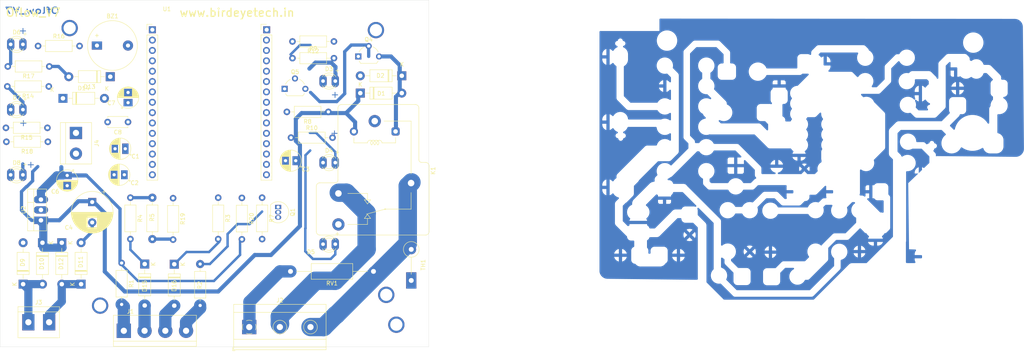
<source format=kicad_pcb>
(kicad_pcb (version 20211014) (generator pcbnew)
  (layers (0 "F.Cu" signal) (31 "B.Cu" signal) (34 "B.Paste" user) (35 "F.Paste" user) (36 "B.SilkS" user "B.Silkscreen") (37 "F.SilkS" user "F.Silkscreen") (38 "B.Mask" user) (39 "F.Mask" user) (44 "Edge.Cuts" user))
  (net 0 "")
  (net 1 "GND")
  (net 2 "Net-(D1-Pad2)")
  (net 3 "+12V")
  (net 4 "L")
  (net 6 "Net-(J2-Pad2)")
  (net 7 "Net-(Q4-Pad2)")
  (net 8 "Net-(BZ1-Pad2)")
  (net 9 "Net-(Q5-Pad2)")
  (net 10 "Net-(D15-Pad1)")
  (net 11 "Net-(D15-Pad2)")
  (net 12 "Net-(J1-Pad1)")
  (net 13 "A0")
  (net 14 "D6")
  (net 15 "D0")
  (net 16 "D1")
  (net 17 "Net-(D10-Pad2)")
  (net 18 "Net-(D11-Pad1)")
  (net 19 "N")
  (net 20 "Net-(D3-Pad2)")
  (net 21 "Net-(D4-Pad2)")
  (net 22 "Net-(D7-Pad2)")
  (net 23 "Net-(D8-Pad2)")
  (net 24 "Net-(D13-Pad2)")
  (net 25 "+5V")
  (net 26 "Net-(D16-Pad1)")
  (net 27 "Net-(D16-Pad2)")
  (net 29 "Net-(C3-Pad1)")
  (net 30 "Net-(J1-Pad4)")
  (net 31 "s3")
  (net 32 "D8")
  (net 33 "D2")
  (net 34 "D4")
  (net 35 "s2")
  (net 36 "D7")
  (net 37 "D3")
  (net 38 "D5")
  (net 40 "S3")
  (net 41 "S2")
  (net 46 "+3.3V")
  (footprint "Capacitor_THT:CP_Radial_D5.0mm_P2.50mm" (layer "F.Cu") (at 67.485113 84.45 180)
    (fp_text reference "C2" (at -2.519887 -2) (layer "F.SilkS"))
    (fp_text value "CP")
    (pad "1" thru_hole rect locked (at 0 0 180) (size 1.6 2.2) (drill 0.8) (layers *.Cu *.Mask) (net 32 "D8"))
    (pad "2" thru_hole rect locked (at 2.5 0 180) (size 1.6 2.2) (drill 0.8) (layers *.Cu *.Mask) (net 1 "GND"))
  )
  (footprint "Package_TO_SOT_THT:TO-92L_Wide" (layer "F.Cu") (at 124.785 55.435)
    (fp_text reference "Q4" (at 2.55 -4.15) (layer "F.SilkS"))
    (fp_text value "2N2219")
    (pad "1" thru_hole rect (at 0 0) (size 1.5 1.5) (drill 0.8) (layers *.Cu *.Mask) (net 1 "GND"))
    (pad "2" thru_hole circle (at 2.54 -2.54) (size 1.5 1.5) (drill 0.8) (layers *.Cu *.Mask) (net 7 "Net-(Q4-Pad2)"))
    (pad "3" thru_hole circle (at 5.08 0) (size 1.5 1.5) (drill 0.8) (layers *.Cu *.Mask) (net 2 "Net-(D1-Pad2)"))
  )
  (footprint "Package_TO_SOT_THT:TO-92L_Wide" (layer "F.Cu") (at 106.74 63.38)
    (fp_text reference "Q5" (at 2.55 -4.15) (layer "F.SilkS"))
    (fp_text value "BC547")
    (pad "1" thru_hole rect (at 0 0) (size 1.5 1.5) (drill 0.8) (layers *.Cu *.Mask) (net 8 "Net-(BZ1-Pad2)"))
    (pad "2" thru_hole circle (at 2.54 -2.54) (size 1.5 1.5) (drill 0.8) (layers *.Cu *.Mask) (net 9 "Net-(Q5-Pad2)"))
    (pad "3" thru_hole circle (at 5.08 0) (size 1.5 1.5) (drill 0.8) (layers *.Cu *.Mask) (net 1 "GND"))
  )
  (footprint "Resistor_THT:R_Axial_DIN0207_L6.3mm_D2.5mm_P10.16mm_Horizontal" (layer "F.Cu") (at 66.825 106.09 -90)
    (fp_text reference "R1" (at 5.08 -2.37 -90) (layer "F.SilkS"))
    (fp_text value "330R")
    (pad "1" thru_hole circle (at 0 0 270) (size 1.6 1.6) (drill 0.8) (layers *.Cu *.Mask) (net 25 "+5V"))
    (pad "2" thru_hole oval (at 10.16 0 270) (size 1.6 1.6) (drill 0.8) (layers *.Cu *.Mask) (net 12 "Net-(J1-Pad1)"))
  )
  (footprint "myLib:TerminalBlock_bornier-4_P5.08mm" (layer "F.Cu") (at 67.3616 122.71724)
    (fp_text reference "J1" (at 1.611666 -4.73) (layer "F.SilkS"))
    (fp_text value "Conn_01x04")
    (pad "1" thru_hole rect locked (at 0 0) (size 3.5 3.5) (drill 1.52) (layers *.Cu *.Mask) (net 12 "Net-(J1-Pad1)"))
    (pad "2" thru_hole circle locked (at 5.08 0) (size 3.5 3.5) (drill 1.52) (layers *.Cu *.Mask) (net 11 "Net-(D15-Pad2)"))
    (pad "3" thru_hole circle locked (at 10.16 0) (size 3.5 3.5) (drill 1.52) (layers *.Cu *.Mask) (net 27 "Net-(D16-Pad2)"))
    (pad "4" thru_hole circle locked (at 15.24 0) (size 3.5 3.5) (drill 1.52) (layers *.Cu *.Mask) (net 30 "Net-(J1-Pad4)"))
  )
  (footprint "myLib:CP_Radial_D10.0mm_P5.00mm" (layer "F.Cu") (at 59.61634 91.1479 -90)
    (fp_text reference "C4" (at 6.2611 5.73278 180) (layer "F.SilkS"))
    (fp_text value "1000uF")
    (pad "1" thru_hole rect locked (at 0 0 270) (size 2 2) (drill 1) (layers *.Cu *.Mask) (net 3 "+12V"))
    (pad "2" thru_hole circle locked (at 5 0 270) (size 2 2) (drill 1) (layers *.Cu *.Mask) (net 1 "GND"))
  )
  (footprint "myLib:CP_Radial_D5.0mm_P2.50mm" (layer "F.Cu") (at 53.4924 84.6201 -90)
    (fp_text reference "C6" (at 3.94716 2.93878 180) (layer "F.SilkS"))
    (fp_text value "0.1uF")
    (pad "1" thru_hole rect locked (at 0 0 270) (size 1.8 2.2) (drill 0.8) (layers *.Cu *.Mask) (net 25 "+5V"))
    (pad "2" thru_hole rect locked (at 2.5 0 270) (size 1.8 2.2) (drill 0.8) (layers *.Cu *.Mask) (net 1 "GND"))
  )
  (footprint "Diode_THT:D_DO-41_SOD81_P10.16mm_Horizontal" (layer "F.Cu") (at 42.7 111.28 90)
    (fp_text reference "D9" (at 5.305 -0.125 90) (layer "F.SilkS"))
    (fp_text value "1N4007")
    (fp_text user "K" (at 0 -2.1 90) (layer "F.SilkS"))
    (pad "1" thru_hole rect locked (at 0 0 90) (size 2.2 2.2) (drill 1.1) (layers *.Cu *.Mask) (net 17 "Net-(D10-Pad2)"))
    (pad "2" thru_hole oval locked (at 10.16 0 90) (size 2.2 2.2) (drill 1.1) (layers *.Cu *.Mask) (net 1 "GND"))
  )
  (footprint "Diode_THT:D_DO-41_SOD81_P10.16mm_Horizontal" (layer "F.Cu") (at 47.433333 101.12 -90)
    (fp_text reference "D10" (at 5.155 0.183333 -270) (layer "F.SilkS"))
    (fp_text value "1N4007")
    (fp_text user "K" (at 0 -2.1 -270) (layer "F.SilkS"))
    (pad "1" thru_hole rect locked (at 0 0 270) (size 2.2 2.2) (drill 1.1) (layers *.Cu *.Mask) (net 3 "+12V"))
    (pad "2" thru_hole oval locked (at 10.16 0 270) (size 2.2 2.2) (drill 1.1) (layers *.Cu *.Mask) (net 17 "Net-(D10-Pad2)"))
  )
  (footprint "Diode_THT:D_DO-41_SOD81_P10.16mm_Horizontal" (layer "F.Cu") (at 56.9 111.28 90)
    (fp_text reference "D11" (at 5.455 -0.125 90) (layer "F.SilkS"))
    (fp_text value "1N4007")
    (fp_text user "K" (at 0 -2.1 90) (layer "F.SilkS"))
    (pad "1" thru_hole rect locked (at 0 0 90) (size 2.2 2.2) (drill 1.1) (layers *.Cu *.Mask) (net 18 "Net-(D11-Pad1)"))
    (pad "2" thru_hole oval locked (at 10.16 0 90) (size 2.2 2.2) (drill 1.1) (layers *.Cu *.Mask) (net 1 "GND"))
  )
  (footprint "Diode_THT:D_DO-41_SOD81_P10.16mm_Horizontal" (layer "F.Cu") (at 52.166666 101.12 -90)
    (fp_text reference "D12" (at 5.18 0.191666 90) (layer "F.SilkS"))
    (fp_text value "1N4007")
    (fp_text user "K" (at 0 -2.1 90) (layer "F.SilkS"))
    (pad "1" thru_hole rect locked (at 0 0 270) (size 2.2 2.2) (drill 1.1) (layers *.Cu *.Mask) (net 3 "+12V"))
    (pad "2" thru_hole oval locked (at 10.16 0 270) (size 2.2 2.2) (drill 1.1) (layers *.Cu *.Mask) (net 18 "Net-(D11-Pad1)"))
  )
  (footprint "myLib:TerminalBlock_bornier-2_P5.08mm" (layer "F.Cu") (at 49.0616 120.61724 180)
    (fp_text reference "J3" (at 2.5669 4.87198) (layer "F.SilkS"))
    (fp_text value "Conn_01x02")
    (pad "1" thru_hole rect locked (at 0 0 180) (size 3 4) (drill 1.52) (layers *.Cu *.Mask) (net 18 "Net-(D11-Pad1)"))
    (pad "2" thru_hole rect locked (at 5.08 0 180) (size 3 4) (drill 1.52) (layers *.Cu *.Mask) (net 17 "Net-(D10-Pad2)"))
  )
  (footprint "myLib:TO-220-3_Vertical" (layer "F.Cu") (at 47.0616 95.61724 90)
    (fp_text reference "U2" (at 2.54 -4.27 90) (layer "F.SilkS"))
    (fp_text value "L7805")
    (pad "1" thru_hole rect locked (at 0 0 90) (size 1.8 3.5) (drill 1.1) (layers *.Cu *.Mask) (net 3 "+12V"))
    (pad "2" thru_hole oval locked (at 2.54 0 90) (size 1.8 3.5) (drill 1.1) (layers *.Cu *.Mask) (net 1 "GND"))
    (pad "3" thru_hole oval locked (at 5.08 0 90) (size 1.8 3.5) (drill 1.1) (layers *.Cu *.Mask) (net 25 "+5V"))
  )
  (footprint "TerminalBlock:TerminalBlock_bornier-2_P5.08mm" (layer "F.Cu") (at 55.64 74.19 -90)
    (fp_text reference "J4" (at 2.54 -5.08 -90) (layer "F.SilkS"))
    (fp_text value "Conn_01x02")
    (pad "1" thru_hole rect locked (at 0 0 270) (size 3 3) (drill 1.52) (layers *.Cu *.Mask) (net 1 "GND"))
    (pad "2" thru_hole circle locked (at 5.08 0 270) (size 3 3) (drill 1.52) (layers *.Cu *.Mask) (net 35 "s2"))
  )
  (footprint "TerminalBlock_MetzConnect:TerminalBlock_MetzConnect_Type175_RT02703HBLC_1x03_P7.50mm_Horizontal" (layer "F.Cu") (at 98.075 121.8)
    (fp_text reference "J2" (at 7.5 -6.56) (layer "F.SilkS"))
    (fp_text value "Conn_01x03")
    (pad "1" thru_hole rect locked (at 0 0) (size 3.5 3.5) (drill 1.52) (layers *.Cu *.Mask) (net 19 "N"))
    (pad "2" thru_hole circle locked (at 7.5 0) (size 3.5 3.5) (drill 1.52) (layers *.Cu *.Mask) (net 6 "Net-(J2-Pad2)"))
    (pad "3" thru_hole circle locked (at 15 0) (size 3.5 3.5) (drill 1.52) (layers *.Cu *.Mask) (net 4 "L"))
  )
  (footprint "Resistor_THT:R_Axial_DIN0207_L6.3mm_D2.5mm_P10.16mm_Horizontal" (layer "F.Cu") (at 117.45 69.03 180)
    (fp_text reference "R8" (at 5.08 -2.37 180) (layer "F.SilkS"))
    (fp_text value "10k")
    (pad "1" thru_hole circle (at 0 0 180) (size 1.6 1.6) (drill 0.8) (layers *.Cu *.Mask) (net 7 "Net-(Q4-Pad2)"))
    (pad "2" thru_hole oval (at 10.16 0 180) (size 1.6 1.6) (drill 0.8) (layers *.Cu *.Mask) (net 14 "D6"))
  )
  (footprint "myLib:Buzzer_12x9.5RM7.6" (layer "F.Cu") (at 60.78 52.76)
    (fp_text reference "BZ1" (at 3.8 -7.2) (layer "F.SilkS"))
    (fp_text value "Buzzer")
    (fp_text user "+" (at -0.01 -2.54) (layer "F.SilkS"))
    (pad "1" thru_hole rect locked (at 0 0) (size 2.5 2) (drill 1) (layers *.Cu *.Mask) (net 25 "+5V"))
    (pad "2" thru_hole circle locked (at 7.6 0) (size 2.5 2.5) (drill 1) (layers *.Cu *.Mask) (net 8 "Net-(BZ1-Pad2)"))
  )
  (footprint "MyLib:LED_D3.0mm" (layer "F.Cu") (at 116.34862 61.47424)
    (fp_text reference "D3" (at 1.27 -2.96) (layer "F.SilkS"))
    (fp_text value "LED")
    (pad "1" thru_hole oval locked (at -0.2 0) (size 1.8 3) (drill 0.9) (layers *.Cu *.Mask) (net 1 "GND"))
    (pad "2" thru_hole oval locked (at 2.8 0) (size 1.8 3) (drill 0.9) (layers *.Cu *.Mask) (net 20 "Net-(D3-Pad2)"))
  )
  (footprint "MyLib:LED_D3.0mm" (layer "F.Cu") (at 116.34862 81.47424)
    (fp_text reference "D4" (at 1.27 -2.96) (layer "F.SilkS"))
    (fp_text value "LED")
    (pad "1" thru_hole oval locked (at -0.2 0) (size 1.8 3) (drill 0.9) (layers *.Cu *.Mask) (net 1 "GND"))
    (pad "2" thru_hole oval locked (at 2.8 0) (size 1.8 3) (drill 0.9) (layers *.Cu *.Mask) (net 21 "Net-(D4-Pad2)"))
  )
  (footprint "MyLib:LED_D3.0mm" (layer "F.Cu") (at 116.34862 101.47424)
    (fp_text reference "D5" (at -3.17362 1.90076) (layer "F.SilkS"))
    (fp_text value "LED")
    (pad "1" thru_hole oval locked (at -0.2 0) (size 1.8 3) (drill 0.9) (layers *.Cu *.Mask) (net 1 "GND"))
    (pad "2" thru_hole oval locked (at 2.8 0) (size 1.8 3) (drill 0.9) (layers *.Cu *.Mask) (net 33 "D2"))
  )
  (footprint "MyLib:LED_D3.0mm" (layer "F.Cu") (at 39.84862 52.47424)
    (fp_text reference "D6" (at 1.27 -2.96) (layer "F.SilkS"))
    (fp_text value "LED")
    (pad "1" thru_hole oval locked (at -0.2 0) (size 1.8 3) (drill 0.9) (layers *.Cu *.Mask) (net 1 "GND"))
    (pad "2" thru_hole oval locked (at 2.8 0) (size 1.8 3) (drill 0.9) (layers *.Cu *.Mask) (net 34 "D4"))
  )
  (footprint "MyLib:LED_D3.0mm" (layer "F.Cu") (at 39.84862 68.47424)
    (fp_text reference "D7" (at 1.27 -2.96) (layer "F.SilkS"))
    (fp_text value "LED")
    (pad "1" thru_hole oval locked (at -0.2 0) (size 1.8 3) (drill 0.9) (layers *.Cu *.Mask) (net 1 "GND"))
    (pad "2" thru_hole oval locked (at 2.8 0) (size 1.8 3) (drill 0.9) (layers *.Cu *.Mask) (net 22 "Net-(D7-Pad2)"))
  )
  (footprint "MyLib:LED_D3.0mm" (layer "F.Cu") (at 39.84862 84.47424)
    (fp_text reference "D8" (at 1.27 -2.96) (layer "F.SilkS"))
    (fp_text value "LED")
    (pad "1" thru_hole oval locked (at -0.2 0) (size 1.8 3) (drill 0.9) (layers *.Cu *.Mask) (net 1 "GND"))
    (pad "2" thru_hole oval locked (at 2.8 0) (size 1.8 3) (drill 0.9) (layers *.Cu *.Mask) (net 23 "Net-(D8-Pad2)"))
  )
  (footprint "Resistor_THT:R_Axial_DIN0207_L6.3mm_D2.5mm_P10.16mm_Horizontal" (layer "F.Cu") (at 108.66 55.86)
    (fp_text reference "R9" (at 5.08 -2.37) (layer "F.SilkS"))
    (fp_text value "R")
    (pad "1" thru_hole circle (at 0 0) (size 1.6 1.6) (drill 0.8) (layers *.Cu *.Mask) (net 15 "D0"))
    (pad "2" thru_hole oval (at 10.16 0) (size 1.6 1.6) (drill 0.8) (layers *.Cu *.Mask) (net 20 "Net-(D3-Pad2)"))
  )
  (footprint "Resistor_THT:R_Axial_DIN0207_L6.3mm_D2.5mm_P10.16mm_Horizontal" (layer "F.Cu") (at 108.31 75.35)
    (fp_text reference "R10" (at 5.08 -2.37) (layer "F.SilkS"))
    (fp_text value "R")
    (pad "1" thru_hole circle (at 0 0) (size 1.6 1.6) (drill 0.8) (layers *.Cu *.Mask) (net 16 "D1"))
    (pad "2" thru_hole oval (at 10.16 0) (size 1.6 1.6) (drill 0.8) (layers *.Cu *.Mask) (net 21 "Net-(D4-Pad2)"))
  )
  (footprint "Resistor_THT:R_Axial_DIN0207_L6.3mm_D2.5mm_P10.16mm_Horizontal" (layer "F.Cu") (at 48.99 62.79 180)
    (fp_text reference "R14" (at 5.08 -2.37 180) (layer "F.SilkS"))
    (fp_text value "R")
    (pad "1" thru_hole circle (at 0 0 180) (size 1.6 1.6) (drill 0.8) (layers *.Cu *.Mask) (net 38 "D5"))
    (pad "2" thru_hole oval (at 10.16 0 180) (size 1.6 1.6) (drill 0.8) (layers *.Cu *.Mask) (net 22 "Net-(D7-Pad2)"))
  )
  (footprint "Resistor_THT:R_Axial_DIN0207_L6.3mm_D2.5mm_P10.16mm_Horizontal" (layer "F.Cu") (at 48.65 72.94 180)
    (fp_text reference "R15" (at 5.08 -2.37 180) (layer "F.SilkS"))
    (fp_text value "R")
    (pad "1" thru_hole circle (at 0 0 180) (size 1.6 1.6) (drill 0.8) (layers *.Cu *.Mask) (net 25 "+5V"))
    (pad "2" thru_hole oval (at 10.16 0 180) (size 1.6 1.6) (drill 0.8) (layers *.Cu *.Mask) (net 23 "Net-(D8-Pad2)"))
  )
  (footprint "myLib:CP_Radial_D5.0mm_P2.50mm" (layer "F.Cu") (at 68.4 66.77 90)
    (fp_text reference "C7" (at -0.08482 -4.10684 180) (layer "F.SilkS"))
    (fp_text value "10uF")
    (pad "1" thru_hole rect locked (at 0 0 90) (size 1.8 2.2) (drill 0.8) (layers *.Cu *.Mask) (net 13 "A0"))
    (pad "2" thru_hole rect locked (at 2.5 0 90) (size 1.8 2.2) (drill 0.8) (layers *.Cu *.Mask) (net 1 "GND"))
  )
  (footprint "Diode_THT:D_DO-41_SOD81_P10.16mm_Horizontal" (layer "F.Cu") (at 64.04 60.4 180)
    (fp_text reference "D13" (at 5.08 -2.47) (layer "F.SilkS"))
    (fp_text value "1N4007")
    (fp_text user "K" (at 0.8366 -2.93276) (layer "F.SilkS"))
    (pad "1" thru_hole rect locked (at 0 0 180) (size 2.2 2.2) (drill 1.1) (layers *.Cu *.Mask) (net 13 "A0"))
    (pad "2" thru_hole oval locked (at 10.16 0 180) (size 2.2 2.2) (drill 1.1) (layers *.Cu *.Mask) (net 24 "Net-(D13-Pad2)"))
  )
  (footprint "Diode_THT:D_DO-41_SOD81_P10.16mm_Horizontal" (layer "F.Cu") (at 52.45 65.71)
    (fp_text reference "D14" (at 5.08 -2.47) (layer "F.SilkS"))
    (fp_text value "D_Zener")
    (fp_text user "K" (at -2.64224 -2.0884) (layer "F.SilkS"))
    (pad "1" thru_hole rect locked (at 0 0) (size 2.2 2.2) (drill 1.1) (layers *.Cu *.Mask) (net 13 "A0"))
    (pad "2" thru_hole oval locked (at 10.16 0) (size 2.2 2.2) (drill 1.1) (layers *.Cu *.Mask) (net 1 "GND"))
  )
  (footprint "Resistor_THT:R_Axial_DIN0207_L6.3mm_D2.5mm_P10.16mm_Horizontal" (layer "F.Cu") (at 46.36 52.87)
    (fp_text reference "R16" (at 5.08 -2.37) (layer "F.SilkS"))
    (fp_text value "56K")
    (pad "1" thru_hole circle (at 0 0) (size 1.6 1.6) (drill 0.8) (layers *.Cu *.Mask) (net 3 "+12V"))
    (pad "2" thru_hole oval (at 10.16 0) (size 1.6 1.6) (drill 0.8) (layers *.Cu *.Mask) (net 24 "Net-(D13-Pad2)"))
  )
  (footprint "Resistor_THT:R_Axial_DIN0207_L6.3mm_D2.5mm_P10.16mm_Horizontal" (layer "F.Cu") (at 49.11 57.89 180)
    (fp_text reference "R17" (at 5.08 -2.37 180) (layer "F.SilkS"))
    (fp_text value "15K")
    (pad "1" thru_hole circle (at 0 0 180) (size 1.6 1.6) (drill 0.8) (layers *.Cu *.Mask) (net 24 "Net-(D13-Pad2)"))
    (pad "2" thru_hole oval (at 10.16 0 180) (size 1.6 1.6) (drill 0.8) (layers *.Cu *.Mask) (net 1 "GND"))
  )
  (footprint "Capacitor_THT:C_Disc_D4.7mm_W2.5mm_P5.00mm" (layer "F.Cu") (at 68.39 71.52 180)
    (fp_text reference "C8" (at 2.5 -2.5) (layer "F.SilkS"))
    (fp_text value "C")
    (pad "1" thru_hole circle locked (at 0 0 180) (size 1.6 1.6) (drill 0.8) (layers *.Cu *.Mask) (net 25 "+5V"))
    (pad "2" thru_hole circle locked (at 5 0 180) (size 1.6 1.6) (drill 0.8) (layers *.Cu *.Mask) (net 1 "GND"))
  )
  (footprint "Resistor_THT:R_Axial_DIN0207_L6.3mm_D2.5mm_P10.16mm_Horizontal" (layer "F.Cu") (at 48.76 76.36 180)
    (fp_text reference "R18" (at 5.08 -2.37 180) (layer "F.SilkS"))
    (fp_text value "10k")
    (pad "1" thru_hole circle (at 0 0 180) (size 1.6 1.6) (drill 0.8) (layers *.Cu *.Mask) (net 35 "s2"))
    (pad "2" thru_hole oval (at 10.16 0 180) (size 1.6 1.6) (drill 0.8) (layers *.Cu *.Mask) (net 25 "+5V"))
  )
  (footprint "Diode_THT:D_DO-41_SOD81_P10.16mm_Horizontal" (layer "F.Cu") (at 125.27 64.425)
    (fp_text reference "D1" (at 5.13 0.1) (layer "F.SilkS"))
    (fp_text value "1N4007")
    (fp_text user "K" (at 0 -2.1) (layer "F.SilkS"))
    (pad "1" thru_hole rect locked (at 0 0) (size 2.2 2.2) (drill 1.1) (layers *.Cu *.Mask) (net 3 "+12V"))
    (pad "2" thru_hole oval locked (at 10.16 0) (size 2.2 2.2) (drill 1.1) (layers *.Cu *.Mask) (net 2 "Net-(D1-Pad2)"))
  )
  (footprint "Diode_THT:D_DO-41_SOD81_P10.16mm_Horizontal" (layer "F.Cu") (at 135.43 60.175 180)
    (fp_text reference "D2" (at 5.23 0.025) (layer "F.SilkS"))
    (fp_text value "1N4007")
    (fp_text user "K" (at -0.045 2.775) (layer "F.SilkS"))
    (pad "1" thru_hole rect locked (at 0 0 180) (size 2.2 2.2) (drill 1.1) (layers *.Cu *.Mask) (net 2 "Net-(D1-Pad2)"))
    (pad "2" thru_hole oval locked (at 10.16 0 180) (size 2.2 2.2) (drill 1.1) (layers *.Cu *.Mask) (net 1 "GND"))
  )
  (footprint "Relay_THT:Relay_SPDT_RAYEX-L90" (layer "F.Cu") (at 128.81 71.29 -90)
    (fp_text reference "K1" (at 12.1666 -14.3 -90) (layer "F.SilkS"))
    (fp_text value "RAYEX-L90")
    (pad "11A" thru_hole circle (at 0 0 90) (size 3 3) (drill 1.6) (layers *.Cu *.Mask) (net 4 "L"))
    (pad "11B" thru_hole circle (at 15.2 -8.9 90) (size 3 3) (drill 1.6) (layers *.Cu *.Mask) (net 4 "L"))
    (pad "12" thru_hole circle (at 25.34 8.9 90) (size 3 3) (drill 1.6) (layers *.Cu *.Mask))
    (pad "14" thru_hole circle (at 17.74 8.9 90) (size 3 3) (drill 1.6) (layers *.Cu *.Mask) (net 6 "Net-(J2-Pad2)"))
    (pad "A1" thru_hole roundrect (at 2.54 -5.1 90) (size 2 2) (drill 1.1) (layers *.Cu *.Mask) (net 2 "Net-(D1-Pad2)"))
    (pad "A2" thru_hole circle (at 2.54 5.1 90) (size 2 2) (drill 1.1) (layers *.Cu *.Mask) (net 3 "+12V"))
  )
  (footprint "Resistor_THT:R_Axial_DIN0207_L6.3mm_D2.5mm_P10.16mm_Horizontal" (layer "F.Cu") (at 79.425 90.195 -90)
    (fp_text reference "R19" (at 5.08 -2.37 -90) (layer "F.SilkS"))
    (fp_text value "10K")
    (pad "1" thru_hole circle (at 0 0 270) (size 1.6 1.6) (drill 0.8) (layers *.Cu *.Mask) (net 32 "D8"))
    (pad "2" thru_hole oval (at 10.16 0 270) (size 1.6 1.6) (drill 0.8) (layers *.Cu *.Mask) (net 1 "GND"))
  )
  (footprint "Capacitor_THT:CP_Radial_D5.0mm_P2.50mm" (layer "F.Cu") (at 67.715113 78.07 180)
    (fp_text reference "C1" (at -2.494887 -1.875) (layer "F.SilkS"))
    (fp_text value "CP")
    (pad "1" thru_hole rect locked (at 0 0 180) (size 1.562 2.54) (drill 0.8 (offset -0.019 0)) (layers *.Cu *.Mask) (net 31 "s3"))
    (pad "2" thru_hole rect locked (at 2.5 0 180) (size 1.524 2.54) (drill 0.8 (offset 0.04 0)) (layers *.Cu *.Mask) (net 1 "GND"))
  )
  (footprint "Resistor_THT:R_Axial_DIN0207_L6.3mm_D2.5mm_P10.16mm_Horizontal" (layer "F.Cu") (at 101.225 90.07 -90)
    (fp_text reference "R7" (at 5.08 -2.37 -90) (layer "F.SilkS"))
    (fp_text value "68K")
    (pad "1" thru_hole circle (at 0 0 270) (size 1.6 1.6) (drill 0.8) (layers *.Cu *.Mask) (net 29 "Net-(C3-Pad1)"))
    (pad "2" thru_hole oval (at 10.16 0 270) (size 1.6 1.6) (drill 0.8) (layers *.Cu *.Mask) (net 1 "GND"))
  )
  (footprint "Diode_THT:D_DO-41_SOD81_P10.16mm_Horizontal" (layer "F.Cu") (at 79.71611 106.39 -90)
    (fp_text reference "D16" (at 5.31 0.04111 90) (layer "F.SilkS"))
    (fp_text value "1N4007")
    (fp_text user "K" (at 0 -2.1 90) (layer "F.SilkS"))
    (pad "1" thru_hole rect locked (at 0 0 270) (size 2.2 2.2) (drill 1.1) (layers *.Cu *.Mask) (net 26 "Net-(D16-Pad1)"))
    (pad "2" thru_hole oval locked (at 10.16 0 270) (size 2.2 2.2) (drill 1.1) (layers *.Cu *.Mask) (net 27 "Net-(D16-Pad2)"))
  )
  (footprint "Resistor_THT:R_Axial_DIN0207_L6.3mm_D2.5mm_P10.16mm_Horizontal" (layer "F.Cu") (at 68.975 90.07 -90)
    (fp_text reference "R4" (at 5.08 -2.37 -90) (layer "F.SilkS"))
    (fp_text value "1K")
    (pad "1" thru_hole circle (at 0 0 270) (size 1.6 1.6) (drill 0.8) (layers *.Cu *.Mask) (net 31 "s3"))
    (pad "2" thru_hole oval (at 10.16 0 270) (size 1.6 1.6) (drill 0.8) (layers *.Cu *.Mask) (net 10 "Net-(D15-Pad1)"))
  )
  (footprint "Resistor_THT:R_Axial_DIN0207_L6.3mm_D2.5mm_P10.16mm_Horizontal" (layer "F.Cu") (at 96.275 90.12 -90)
    (fp_text reference "R20" (at 5.08 -2.37 -90) (layer "F.SilkS"))
    (fp_text value "10k")
    (pad "1" thru_hole circle (at 0 0 270) (size 1.6 1.6) (drill 0.8) (layers *.Cu *.Mask) (net 36 "D7"))
    (pad "2" thru_hole oval (at 10.16 0 270) (size 1.6 1.6) (drill 0.8) (layers *.Cu *.Mask) (net 25 "+5V"))
  )
  (footprint "Resistor_THT:R_Axial_DIN0411_L9.9mm_D3.6mm_P7.62mm_Vertical" (layer "F.Cu") (at 137.75 102.755 -90)
    (fp_text reference "TH1" (at 3.81 -2.92 -90) (layer "F.SilkS"))
    (fp_text value "Thermistor_NTC")
    (pad "1" thru_hole circle locked (at 0 0 270) (size 2.4 2.4) (drill 1.2) (layers *.Cu *.Mask) (net 4 "L"))
    (pad "2" thru_hole rect (at 7.62 0 270) (size 4 2.5) (drill 1.2) (layers *.Cu *.Mask))
  )
  (footprint "MyLib:R_Axial_DIN0207_L6.3mm_D2.5mm_P10.16mm_Horizontal" (layer "F.Cu") (at 86.05 116.505 90)
    (fp_text reference "R2" (at 4.98 -0.075 90) (layer "F.SilkS"))
    (fp_text value "10K")
    (pad "1" thru_hole circle locked (at 0 0 90) (size 2 2) (drill 0.8) (layers *.Cu *.Mask) (net 30 "Net-(J1-Pad4)") (clearance 1))
    (pad "2" thru_hole oval locked (at 10.16 0 90) (size 2 2) (drill 0.8) (layers *.Cu *.Mask) (net 29 "Net-(C3-Pad1)") (clearance 1))
  )
  (footprint "Package_TO_SOT_THT:TO-92_Inline" (layer "F.Cu") (at 105.15 92.375 -90)
    (fp_text reference "Q1" (at 1.27 -3.56 -90) (layer "F.SilkS"))
    (fp_text value "BC547")
    (pad "1" thru_hole rect (at 0 0 270) (size 1.05 1.5) (drill 0.75) (layers *.Cu *.Mask) (net 36 "D7"))
    (pad "2" thru_hole oval (at 1.27 0 270) (size 1.05 1.5) (drill 0.75) (layers *.Cu *.Mask) (net 29 "Net-(C3-Pad1)"))
    (pad "3" thru_hole oval (at 2.54 0 270) (size 1.05 1.5) (drill 0.75) (layers *.Cu *.Mask) (net 1 "GND"))
  )
  (footprint "Diode_THT:D_DO-41_SOD81_P10.16mm_Horizontal" (layer "F.Cu") (at 72.475 106.345 -90)
    (fp_text reference "D15" (at 5.405 0.025 90) (layer "F.SilkS"))
    (fp_text value "1N4007")
    (fp_text user "K" (at 0 -2.1 90) (layer "F.SilkS"))
    (pad "1" thru_hole rect locked (at 0 0 270) (size 2.2 2.2) (drill 1.1) (layers *.Cu *.Mask) (net 10 "Net-(D15-Pad1)"))
    (pad "2" thru_hole oval locked (at 10.16 0 270) (size 2.2 2.2) (drill 1.1) (layers *.Cu *.Mask) (net 11 "Net-(D15-Pad2)"))
  )
  (footprint "MyLib:R_Axial_DIN0207_L6.3mm_D2.5mm_P10.16mm_Horizontal" (layer "F.Cu") (at 74.35 100.23 90)
    (fp_text reference "R5" (at 5.305 -0.075 90) (layer "F.SilkS"))
    (fp_text value "10K")
    (pad "1" thru_hole circle locked (at 0 0 90) (size 2 2) (drill 0.8) (layers *.Cu *.Mask) (net 1 "GND") (clearance 1))
    (pad "2" thru_hole oval locked (at 10.16 0 90) (size 2 2) (drill 0.8) (layers *.Cu *.Mask) (net 31 "s3") (clearance 1))
  )
  (footprint "Resistor_THT:R_Axial_DIN0207_L6.3mm_D2.5mm_P10.16mm_Horizontal" (layer "F.Cu") (at 90.475 90.07 -90)
    (fp_text reference "R3" (at 5.08 -2.37 -90) (layer "F.SilkS"))
    (fp_text value "1K")
    (pad "1" thru_hole circle (at 0 0 270) (size 1.6 1.6) (drill 0.8) (layers *.Cu *.Mask) (net 32 "D8"))
    (pad "2" thru_hole oval (at 10.16 0 270) (size 1.6 1.6) (drill 0.8) (layers *.Cu *.Mask) (net 26 "Net-(D16-Pad1)"))
  )
  (footprint "Resistor_THT:R_Axial_DIN0411_L9.9mm_D3.6mm_P20.32mm_Horizontal" (layer "F.Cu") (at 128.5 108.15 180)
    (fp_text reference "RV1" (at 10.16 -2.92 180) (layer "F.SilkS"))
    (fp_text value "Varistor")
    (pad "1" thru_hole circle locked (at 0 0 180) (size 2.4 2.4) (drill 1.2) (layers *.Cu *.Mask) (net 4 "L"))
    (pad "2" thru_hole oval locked (at 20.32 0 180) (size 2.4 2.4) (drill 1.2) (layers *.Cu *.Mask) (net 19 "N"))
  )
  (footprint "NodeMCU:NODE V1" (layer "F.Cu") (at 74.348 48.89)
    (fp_text reference "U1" (at 3.556 -5.08) (layer "F.SilkS"))
    (fp_text value "NodeMCU")
    (pad "1" thru_hole rect (at 0 0) (size 1.7 1.7) (drill 1) (layers *.Cu *.Mask) (net 13 "A0"))
    (pad "2" thru_hole oval (at 0 22.86) (size 1.7 1.7) (drill 1) (layers *.Cu *.Mask) (net 1 "GND"))
    (pad "2" thru_hole oval (at 27.94 33.02) (size 1.7 1.7) (drill 1) (layers *.Cu *.Mask) (net 1 "GND"))
    (pad "2" thru_hole oval (at 0 33.02) (size 1.7 1.7) (drill 1) (layers *.Cu *.Mask) (net 1 "GND"))
    (pad "2" thru_hole oval (at 27.94 15.24) (size 1.7 1.7) (drill 1) (layers *.Cu *.Mask) (net 1 "GND"))
    (pad "2" thru_hole oval (at 0 2.54) (size 1.7 1.7) (drill 1) (layers *.Cu *.Mask) (net 1 "GND"))
    (pad "3" thru_hole oval (at 0 5.08) (size 1.7 1.7) (drill 1) (layers *.Cu *.Mask))
    (pad "4" thru_hole oval (at 0 7.62) (size 1.7 1.7) (drill 1) (layers *.Cu *.Mask) (net 40 "S3"))
    (pad "5" thru_hole oval (at 0 10.16) (size 1.7 1.7) (drill 1) (layers *.Cu *.Mask) (net 41 "S2"))
    (pad "6" thru_hole oval (at 0 12.7) (size 1.7 1.7) (drill 1) (layers *.Cu *.Mask))
    (pad "7" thru_hole oval (at 0 15.24) (size 1.7 1.7) (drill 1) (layers *.Cu *.Mask))
    (pad "8" thru_hole oval (at 0 17.78) (size 1.7 1.7) (drill 1) (layers *.Cu *.Mask))
    (pad "9" thru_hole oval (at 0 20.32) (size 1.7 1.7) (drill 1) (layers *.Cu *.Mask))
    (pad "10" thru_hole oval (at 27.94 12.7) (size 1.7 1.7) (drill 1) (layers *.Cu *.Mask) (net 46 "+3.3V"))
    (pad "10" thru_hole oval (at 27.94 35.56) (size 1.7 1.7) (drill 1) (layers *.Cu *.Mask) (net 46 "+3.3V"))
    (pad "10" thru_hole oval (at 0 25.4) (size 1.7 1.7) (drill 1) (layers *.Cu *.Mask) (net 46 "+3.3V"))
    (pad "11" thru_hole oval (at 0 27.94) (size 1.7 1.7) (drill 1) (layers *.Cu *.Mask))
    (pad "12" thru_hole oval (at 0 30.48) (size 1.7 1.7) (drill 1) (layers *.Cu *.Mask))
    (pad "13" thru_hole oval (at 0 35.56) (size 1.7 1.7) (drill 1) (layers *.Cu *.Mask))
    (pad "14" thru_hole rect (at 28 0) (size 1.7 1.7) (drill 1) (layers *.Cu *.Mask) (net 15 "D0"))
    (pad "15" thru_hole oval (at 27.94 2.54) (size 1.7 1.7) (drill 1) (layers *.Cu *.Mask) (net 16 "D1"))
    (pad "16" thru_hole oval (at 27.94 5.08) (size 1.7 1.7) (drill 1) (layers *.Cu *.Mask) (net 33 "D2"))
    (pad "17" thru_hole oval (at 27.94 7.62) (size 1.7 1.7) (drill 1) (layers *.Cu *.Mask) (net 37 "D3"))
    (pad "18" thru_hole oval (at 27.94 10.16) (size 1.7 1.7) (drill 1) (layers *.Cu *.Mask) (net 34 "D4"))
    (pad "19" thru_hole oval (at 27.94 17.78) (size 1.7 1.7) (drill 1) (layers *.Cu *.Mask) (net 38 "D5"))
    (pad "20" thru_hole oval (at 27.94 20.32) (size 1.7 1.7) (drill 1) (layers *.Cu *.Mask) (net 14 "D6"))
    (pad "21" thru_hole oval (at 27.94 22.86) (size 1.7 1.7) (drill 1) (layers *.Cu *.Mask) (net 36 "D7"))
    (pad "22" thru_hole oval (at 27.94 25.4) (size 1.7 1.7) (drill 1) (layers *.Cu *.Mask) (net 32 "D8"))
    (pad "23" thru_hole oval (at 27.94 27.94) (size 1.7 1.7) (drill 1) (layers *.Cu *.Mask))
    (pad "24" thru_hole oval (at 27.94 30.48) (size 1.7 1.7) (drill 1) (layers *.Cu *.Mask))
  )
  (footprint "Resistor_THT:R_Axial_DIN0207_L6.3mm_D2.5mm_P10.16mm_Horizontal" (layer "F.Cu") (at 118.82 51.76 180)
    (fp_text reference "R12" (at 5.08 -2.37 180) (layer "F.SilkS"))
    (fp_text value "R")
    (pad "1" thru_hole circle (at 0 0 180) (size 1.6 1.6) (drill 0.8) (layers *.Cu *.Mask) (net 37 "D3"))
    (pad "2" thru_hole oval (at 10.16 0 180) (size 1.6 1.6) (drill 0.8) (layers *.Cu *.Mask) (net 9 "Net-(Q5-Pad2)"))
  )
  (footprint "Capacitor_THT:CP_Radial_D5.0mm_P2.50mm" (layer "F.Cu") (at 109.46 81 180)
    (fp_text reference "C3" (at -2.419887 -2.1) (layer "F.SilkS"))
    (fp_text value "CP")
    (pad "1" thru_hole rect locked (at 0 0 180) (size 1.6 2.2) (drill 0.8) (layers *.Cu *.Mask) (net 29 "Net-(C3-Pad1)"))
    (pad "2" thru_hole rect locked (at 2.5 0 180) (size 1.6 2.2) (drill 0.8) (layers *.Cu *.Mask) (net 1 "GND"))
  )
  (gr_line (start 118.95 73.675) (end 118.95 74.95) (layer "B.Cu") (width 0.2))
  (gr_line (start 43.9125 82) (end 45.2375 82) (layer "B.Cu") (width 0.2))
  (gr_line (start 118.275 74.3) (end 119.6 74.3) (layer "B.Cu") (width 0.2))
  (gr_line (start 119.0875 64.225) (end 119.0875 65.5) (layer "B.Cu") (width 0.2))
  (gr_line (start 118.4125 64.85) (end 119.7375 64.85) (layer "B.Cu") (width 0.2))
  (gr_line (start 42.7625 71.175) (end 42.7625 72.45) (layer "B.Cu") (width 0.2))
  (gr_line (start 42.6625 48.55) (end 42.6625 49.825) (layer "B.Cu") (width 0.2))
  (gr_line (start 44.5875 81.375) (end 44.5875 82.65) (layer "B.Cu") (width 0.2))
  (gr_line (start 42.0875 71.8) (end 43.4125 71.8) (layer "B.Cu") (width 0.2))
  (gr_line (start 41.9875 49.175) (end 43.3125 49.175) (layer "B.Cu") (width 0.2))
  (gr_line (start 142.0616 41.61724) (end 142.0616 126.61724) (layer "Edge.Cuts") (width 0.05))
  (gr_line (start 37.0616 41.61724) (end 142.0616 41.61724) (layer "Edge.Cuts") (width 0.05))
  (gr_line (start 37.0616 126.61724) (end 142.0616 126.61724) (layer "Edge.Cuts") (width 0.05))
  (gr_line (start 37.0616 126.61724) (end 37.0616 41.61724) (layer "Edge.Cuts") (width 0.05))
  (gr_text "Oflow_V7\n" (at 44.92752 44.196) (layer "B.Cu") (effects (font (size 1.5 2) (thickness 0.3)) (justify mirror)))
  (gr_text "www.birdeyetech.in\n" (at 95.0866 44.69224) (layer "F.SilkS") (effects (font (size 2 2) (thickness 0.3))))
  (gr_text "Oflow_V7\n" (at 45.15 44.65) (layer "F.SilkS") (effects (font (size 2 2) (thickness 0.3))))
  (via locked (at 134.09862 121.22424) (size 4) (drill 3) (layers "F.Cu" "B.Cu") (net 0))
  (via locked (at 61.55098 116.54534) (size 4) (drill 3) (layers "F.Cu" "B.Cu") (net 0))
  (via locked (at 131.625 113.9) (size 4) (drill 3) (layers "F.Cu" "B.Cu") (net 0))
  (via locked (at 129.09862 48.97424) (size 4) (drill 3) (layers "F.Cu" "B.Cu") (net 0))
  (via locked (at 54.09862 48.47424) (size 4) (drill 3) (layers "F.Cu" "B.Cu") (net 0))
  (segment (start 74.35 100.23) (end 79.3 100.23) (width 0.8) (layer "B.Cu") (net 1))
  (segment (start 39.64862 52.47424) (end 39.64862 57.19138) (width 0.8) (layer "B.Cu") (net 1))
  (segment (start 59.61634 98.40366) (end 56.9 101.12) (width 0.8) (layer "B.Cu") (net 1))
  (segment (start 79.3 100.23) (end 79.425 100.355) (width 0.8) (layer "B.Cu") (net 1))
  (segment (start 39.64862 57.19138) (end 38.95 57.89) (width 0.8) (layer "B.Cu") (net 1))
  (segment (start 59.61634 96.1479) (end 59.61634 98.40366) (width 0.8) (layer "B.Cu") (net 1))
  (segment (start 129.865 55.435) (end 132.785 55.435) (width 1) (layer "B.Cu") (net 2))
  (segment (start 132.785 55.435) (end 134.93 57.58) (width 1) (layer "B.Cu") (net 2))
  (segment (start 134 65.305) (end 134.93 64.375) (width 1) (layer "B.Cu") (net 2))
  (segment (start 134.93 57.58) (end 134.93 60.125) (width 1) (layer "B.Cu") (net 2))
  (segment (start 134 73.65) (end 134 65.305) (width 1) (layer "B.Cu") (net 2))
  (segment (start 134.93 64.375) (end 134.93 60.125) (width 1) (layer "B.Cu") (net 2))
  (segment (start 62.7 93.85) (end 62.7 108.2) (width 1) (layer "B.Cu") (net 3))
  (segment (start 45.025 85.949872) (end 45.025 83.710887) (width 0.8) (layer "B.Cu") (net 3))
  (segment (start 55.9866 91.16724) (end 56.2066 90.94724) (width 1) (layer "B.Cu") (net 3))
  (segment (start 43.50508 87.37376) (end 43.601112 87.37376) (width 0.8) (layer "B.Cu") (net 3))
  (segment (start 42.3 93.15564) (end 42.3 88.57884) (width 0.8) (layer "B.Cu") (net 3))
  (segment (start 42.3 88.57884) (end 43.50508 87.37376) (width 0.8) (layer "B.Cu") (net 3))
  (segment (start 110.49048 97.03452) (end 110.49048 77.16548) (width 1) (layer "B.Cu") (net 3))
  (segment (start 62.7 108.2) (end 67.575 113.075) (width 1) (layer "B.Cu") (net 3))
  (segment (start 103.4 104.125) (end 110.49048 97.03452) (width 1) (layer "B.Cu") (net 3))
  (segment (start 51.5616 95.61724) (end 56.0366 91.14224) (width 1) (layer "B.Cu") (net 3))
  (segment (start 59.79724 90.94724) (end 62.7 93.85) (width 1) (layer "B.Cu") (net 3))
  (segment (start 47.0616 95.61724) (end 51.5616 95.61724) (width 1) (layer "B.Cu") (net 3))
  (segment (start 56.2066 90.94724) (end 59.79724 90.94724) (width 1) (layer "B.Cu") (net 3))
  (segment (start 121.8 69.325) (end 124.77 66.355) (width 1) (layer "B.Cu") (net 3))
  (segment (start 124.000489 73.449511) (end 123.8 73.65) (width 1) (layer "B.Cu") (net 3))
  (segment (start 47.633333 96.548493) (end 47.0616 95.97676) (width 2) (layer "B.Cu") (net 3))
  (segment (start 124.77 66.355) (end 124.77 64.375) (width 1) (layer "B.Cu") (net 3))
  (segment (start 124.000489 71.525489) (end 124.000489 73.449511) (width 1) (layer "B.Cu") (net 3))
  (segment (start 47.0616 95.61724) (end 44.7616 95.61724) (width 0.8) (layer "B.Cu") (net 3))
  (segment (start 43.601112 87.37376) (end 45.025 85.949872) (width 0.8) (layer "B.Cu") (net 3))
  (segment (start 109.488034 70.736966) (end 110.9 69.325) (width 1) (layer "B.Cu") (net 3))
  (segment (start 47.633333 102.32) (end 52.366666 102.32) (width 2) (layer "B.Cu") (net 3))
  (segment (start 110.49048 77.16548) (end 109.488034 76.163034) (width 1) (layer "B.Cu") (net 3))
  (segment (start 44.7616 95.61724) (end 42.3 93.15564) (width 0.8) (layer "B.Cu") (net 3))
  (segment (start 121.8 69.325) (end 124.000489 71.525489) (width 1) (layer "B.Cu") (net 3))
  (segment (start 47.633333 102.32) (end 47.633333 96.548493) (width 2) (layer "B.Cu") (net 3))
  (segment (start 109.488034 76.163034) (end 109.488034 70.736966) (width 1) (layer "B.Cu") (net 3))
  (segment (start 110.9 69.325) (end 121.8 69.325) (width 1) (layer "B.Cu") (net 3))
  (segment (start 45.025 83.710887) (end 46.29702 82.438867) (width 0.8) (layer "B.Cu") (net 3))
  (segment (start 67.575 113.075) (end 90.475 113.075) (width 1) (layer "B.Cu") (net 3))
  (segment (start 90.475 113.075) (end 99.425 104.125) (width 1) (layer "B.Cu") (net 3))
  (segment (start 99.425 104.125) (end 103.4 104.125) (width 1) (layer "B.Cu") (net 3))
  (segment (start 119.3875 118.8) (end 119.3 118.8) (width 4.5) (layer "B.Cu") (net 4))
  (segment (start 136.9 101.2875) (end 119.3875 118.8) (width 4.5) (layer "B.Cu") (net 4))
  (segment (start 137.8 86.31) (end 136.9 87.21) (width 4.5) (layer "B.Cu") (net 4))
  (segment (start 119.3 118.8) (end 116.3 121.8) (width 4.5) (layer "B.Cu") (net 4))
  (segment (start 136.9 87.21) (end 136.9 101.2875) (width 4.5) (layer "B.Cu") (net 4))
  (segment (start 116.3 121.8) (end 113.075 121.8) (width 4.5) (layer "B.Cu") (net 4))
  (segment (start 120 88.85) (end 121.875 88.85) (width 4.5) (layer "B.Cu") (net 6))
  (segment (start 105.575 119.175) (end 105.575 121) (width 4.5) (layer "B.Cu") (net 6))
  (segment (start 119.1 110.45) (end 114.3 110.45) (width 4.5) (layer "B.Cu") (net 6))
  (segment (start 121.875 88.85) (end 126.825 93.8) (width 4.5) (layer "B.Cu") (net 6))
  (segment (start 114.3 110.45) (end 105.575 119.175) (width 4.5) (layer "B.Cu") (net 6))
  (segment (start 126.825 102.725) (end 119.1 110.45) (width 4.5) (layer "B.Cu") (net 6))
  (segment (start 126.825 93.8) (end 126.825 102.725) (width 4.5) (layer "B.Cu") (net 6))
  (segment (start 105.575 121) (end 105.625 121.05) (width 4.5) (layer "B.Cu") (net 6))
  (segment (start 115.32952 66.49952) (end 113.08 64.25) (width 0.8) (layer "B.Cu") (net 7))
  (segment (start 127.325 53.025978) (end 126.934511 52.635489) (width 0.8) (layer "B.Cu") (net 7))
  (segment (start 127.325 55.435) (end 127.325 53.025978) (width 0.8) (layer "B.Cu") (net 7))
  (segment (start 119.501514 66.49952) (end 115.32952 66.49952) (width 0.8) (layer "B.Cu") (net 7))
  (segment (start 123.064511 52.635489) (end 121.44814 54.25186) (width 0.8) (layer "B.Cu") (net 7))
  (segment (start 121.44814 54.25186) (end 121.44814 64.552894) (width 0.8) (layer "B.Cu") (net 7))
  (segment (start 121.44814 64.552894) (end 119.501514 66.49952) (width 0.8) (layer "B.Cu") (net 7))
  (segment (start 126.934511 52.635489) (end 123.064511 52.635489) (width 0.8) (layer "B.Cu") (net 7))
  (segment (start 68.975 102.845) (end 72.475 106.345) (width 0.6) (layer "B.Cu") (net 10))
  (segment (start 68.975 100.23) (end 68.975 102.845) (width 0.6) (layer "B.Cu") (net 10))
  (segment (start 72.4416 116.5384) (end 72.475 116.505) (width 3) (layer "B.Cu") (net 11))
  (segment (start 72.4416 122.71724) (end 72.4416 116.5384) (width 3) (layer "B.Cu") (net 11))
  (segment (start 67.3616 116.7866) (end 66.825 116.25) (width 3) (layer "B.Cu") (net 12))
  (segment (start 67.3616 122.71724) (end 67.3616 116.7866) (width 3) (layer "B.Cu") (net 12))
  (segment (start 110.5366 52.61724) (end 108.2 54.95384) (width 0.6) (layer "B.Cu") (net 15))
  (segment (start 113.0616 52.61724) (end 110.5366 52.61724) (width 0.6) (layer "B.Cu") (net 15))
  (segment (start 47.433333 111.28) (end 42.7 111.28) (width 2) (layer "B.Cu") (net 17))
  (segment (start 43.9816 112.5616) (end 42.7 111.28) (width 2) (layer "B.Cu") (net 17))
  (segment (start 43.9816 120.61724) (end 43.9816 112.5616) (width 2) (layer "B.Cu") (net 17))
  (segment (start 49.0616 118.6384) (end 52.166666 115.533334) (width 2) (layer "B.Cu") (net 18))
  (segment (start 49.0616 120.61724) (end 49.0616 118.6384) (width 2) (layer "B.Cu") (net 18))
  (segment (start 52.166666 111.28) (end 56.9 111.28) (width 2) (layer "B.Cu") (net 18))
  (segment (start 52.166666 115.533334) (end 52.166666 111.28) (width 2) (layer "B.Cu") (net 18))
  (segment (start 98.125 121.05) (end 98.125 115.6) (width 3) (layer "B.Cu") (net 19))
  (segment (start 98.125 115.6) (end 105.575 108.15) (width 3) (layer "B.Cu") (net 19))
  (segment (start 105.575 108.15) (end 108.18 108.15) (width 3) (layer "B.Cu") (net 19))
  (segment (start 114.28 56.95) (end 112.805 58.425) (width 1) (layer "B.Cu") (net 20))
  (segment (start 118.15 56.95) (end 114.28 56.95) (width 1) (layer "B.Cu") (net 20))
  (segment (start 119.19712 61.53404) (end 119.19712 57.99712) (width 1) (layer "B.Cu") (net 20))
  (segment (start 119.19712 57.99712) (end 118.15 56.95) (width 1) (layer "B.Cu") (net 20))
  (segment (start 119.14862 78.87862) (end 119.14862 81.47424) (width 0.6) (layer "B.Cu") (net 21))
  (segment (start 114.445 74.175) (end 119.14862 78.87862) (width 0.6) (layer "B.Cu") (net 21))
  (segment (start 112.93 74.175) (end 114.445 74.175) (width 0.6) (layer "B.Cu") (net 21))
  (segment (start 38.83 62.79) (end 42.64862 66.60862) (width 0.8) (layer "B.Cu") (net 22))
  (segment (start 42.64862 66.60862) (end 42.64862 68.47424) (width 0.8) (layer "B.Cu") (net 22))
  (segment (start 42.6212 84.44682) (end 42.64862 84.47424) (width 0.8) (layer "B.Cu") (net 23))
  (segment (start 42.6212 81.79764) (end 42.6212 84.44682) (width 0.8) (layer "B.Cu") (net 23))
  (segment (start 51.37 57.89) (end 53.88 60.4) (width 0.8) (layer "B.Cu") (net 24))
  (segment (start 49.11 57.89) (end 51.37 57.89) (width 0.8) (layer "B.Cu") (net 24))
  (segment (start 58.11724 84.61724) (end 58.21724 84.61724) (width 0.8) (layer "B.Cu") (net 25))
  (segment (start 66.425 92.825) (end 66.425 105.69) (width 0.8) (layer "B.Cu") (net 25))
  (segment (start 95.825 104.1) (end 89.425 110.5) (width 0.6) (layer "B.Cu") (net 25))
  (segment (start 50.920798 84.61724) (end 52.5616 84.61724) (width 2) (layer "B.Cu") (net 25))
  (segment (start 66.425 105.69) (end 66.825 106.09) (width 0.8) (layer "B.Cu") (net 25))
  (segment (start 47.0616 88.476438) (end 50.920798 84.61724) (width 2) (layer "B.Cu") (net 25))
  (segment (start 66.825 106.5) (end 66.825 106.09) (width 0.6) (layer "B.Cu") (net 25))
  (segment (start 70.825 110.5) (end 66.825 106.5) (width 0.6) (layer "B.Cu") (net 25))
  (segment (start 47.0616 90.11724) (end 47.0616 88.476438) (width 2) (layer "B.Cu") (net 25))
  (segment (start 58.21724 84.61724) (end 66.425 92.825) (width 0.8) (layer "B.Cu") (net 25))
  (segment (start 95.825 100.78) (end 95.825 104.1) (width 0.6) (layer "B.Cu") (net 25))
  (segment (start 89.425 110.5) (end 70.825 110.5) (width 0.6) (layer "B.Cu") (net 25))
  (segment (start 51.5616 84.61724) (end 58.11724 84.61724) (width 1) (layer "B.Cu") (net 25))
  (segment (start 52.0616 84.61724) (end 52.0616 82.5784) (width 1) (layer "B.Cu") (net 25))
  (segment (start 82.70611 103.4) (end 88.225 103.4) (width 0.6) (layer "B.Cu") (net 26))
  (segment (start 88.225 103.4) (end 90.775 100.85) (width 0.6) (layer "B.Cu") (net 26))
  (segment (start 79.71611 106.39) (end 82.70611 103.4) (width 0.6) (layer "B.Cu") (net 26))
  (segment (start 77.5216 122.71724) (end 77.5216 118.74451) (width 3) (layer "B.Cu") (net 27))
  (segment (start 77.5216 118.74451) (end 79.71611 116.55) (width 3) (layer "B.Cu") (net 27))
  (segment (start 98.15 96.55) (end 101.225 93.475) (width 0.6) (layer "B.Cu") (net 29))
  (segment (start 95.2 96.55) (end 98.15 96.55) (width 0.6) (layer "B.Cu") (net 29))
  (segment (start 92.774511 102.000489) (end 92.774511 98.975489) (width 0.6) (layer "B.Cu") (net 29))
  (segment (start 86.05 106.345) (end 88.43 106.345) (width 0.6) (layer "B.Cu") (net 29))
  (segment (start 92.774511 98.975489) (end 95.2 96.55) (width 0.6) (layer "B.Cu") (net 29))
  (segment (start 88.43 106.345) (end 92.774511 102.000489) (width 0.6) (layer "B.Cu") (net 29))
  (segment (start 82.6016 122.71724) (end 82.6016 120.5984) (width 3) (layer "B.Cu") (net 30))
  (segment (start 86.05 117.15) (end 86.05 116.505) (width 3) (layer "B.Cu") (net 30))
  (segment (start 82.6016 120.5984) (end 86.05 117.15) (width 3) (layer "B.Cu") (net 30))
  (segment (start 68.975 90.07) (end 74.35 90.07) (width 0.8) (layer "B.Cu") (net 31))
  (segment (start 118.025 105.1) (end 113.675 105.1) (width 0.6) (layer "B.Cu") (net 33))
  (segment (start 111.85 79.655) (end 113.005 78.5) (width 0.6) (layer "B.Cu") (net 33))
  (segment (start 111.8 103.225) (end 111.8 97.647652) (width 0.6) (layer "B.Cu") (net 33))
  (segment (start 111.8 97.647652) (end 111.85 97.597651) (width 0.6) (layer "B.Cu") (net 33))
  (segment (start 119.14862 103.97638) (end 118.025 105.1) (width 0.6) (layer "B.Cu") (net 33))
  (segment (start 111.85 97.597651) (end 111.85 79.655) (width 0.6) (layer "B.Cu") (net 33))
  (segment (start 113.675 105.1) (end 111.8 103.225) (width 0.6) (layer "B.Cu") (net 33))
  (segment (start 119.14862 101.47424) (end 119.14862 103.97638) (width 0.6) (layer "B.Cu") (net 33))
  (zone (net 1) (net_name "GND") (layer "B.Cu") (connect_pads (clearance 0.5)) (min_thickness 0.4) (fill yes (thermal_gap 0.5) (thermal_bridge_width 0.8) (smoothing fillet) (radius 2))
    (polygon (pts (xy 287.813554 80.070186) (xy 266.388554 79.870186) (xy 259.457656 86.511417) (xy 259.655424 102.728816) (xy 263.188554 102.845186) (xy 263.338554 106.095186) (xy 249.288554 106.195186) (xy 239.506554 115.846186) (xy 213.344554 115.846186) (xy 208.863554 110.220186) (xy 183.838554 109.945186) (xy 183.763554 46.145186) (xy 287.513554 46.220186)))
  )
)
</source>
